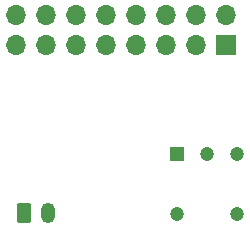
<source format=gbr>
%TF.GenerationSoftware,KiCad,Pcbnew,8.0.1*%
%TF.CreationDate,2024-03-24T19:04:36+02:00*%
%TF.ProjectId,PowerKiCad-CLRMAT005,506f7765-724b-4694-9361-642d434c524d,rev?*%
%TF.SameCoordinates,Original*%
%TF.FileFunction,Soldermask,Bot*%
%TF.FilePolarity,Negative*%
%FSLAX46Y46*%
G04 Gerber Fmt 4.6, Leading zero omitted, Abs format (unit mm)*
G04 Created by KiCad (PCBNEW 8.0.1) date 2024-03-24 19:04:36*
%MOMM*%
%LPD*%
G01*
G04 APERTURE LIST*
G04 Aperture macros list*
%AMRoundRect*
0 Rectangle with rounded corners*
0 $1 Rounding radius*
0 $2 $3 $4 $5 $6 $7 $8 $9 X,Y pos of 4 corners*
0 Add a 4 corners polygon primitive as box body*
4,1,4,$2,$3,$4,$5,$6,$7,$8,$9,$2,$3,0*
0 Add four circle primitives for the rounded corners*
1,1,$1+$1,$2,$3*
1,1,$1+$1,$4,$5*
1,1,$1+$1,$6,$7*
1,1,$1+$1,$8,$9*
0 Add four rect primitives between the rounded corners*
20,1,$1+$1,$2,$3,$4,$5,0*
20,1,$1+$1,$4,$5,$6,$7,0*
20,1,$1+$1,$6,$7,$8,$9,0*
20,1,$1+$1,$8,$9,$2,$3,0*%
G04 Aperture macros list end*
%ADD10C,1.200000*%
%ADD11R,1.200000X1.200000*%
%ADD12R,1.700000X1.700000*%
%ADD13O,1.700000X1.700000*%
%ADD14RoundRect,0.250000X-0.350000X-0.625000X0.350000X-0.625000X0.350000X0.625000X-0.350000X0.625000X0*%
%ADD15O,1.200000X1.750000*%
G04 APERTURE END LIST*
D10*
%TO.C,SW1*%
X149960000Y-103080000D03*
X155040000Y-103080000D03*
D11*
X149960000Y-98000000D03*
D10*
X152500000Y-98000000D03*
X155040000Y-98000000D03*
%TD*%
D12*
%TO.C,J1*%
X154080000Y-88775000D03*
D13*
X154080000Y-86235000D03*
X151540000Y-88775000D03*
X151540000Y-86235000D03*
X149000000Y-88775000D03*
X149000000Y-86235000D03*
X146460000Y-88775000D03*
X146460000Y-86235000D03*
X143920000Y-88775000D03*
X143920000Y-86235000D03*
X141380000Y-88775000D03*
X141380000Y-86235000D03*
X138840000Y-88775000D03*
X138840000Y-86235000D03*
X136300000Y-88775000D03*
X136300000Y-86235000D03*
%TD*%
D14*
%TO.C,J2*%
X137000000Y-103000000D03*
D15*
X139000000Y-103000000D03*
%TD*%
M02*

</source>
